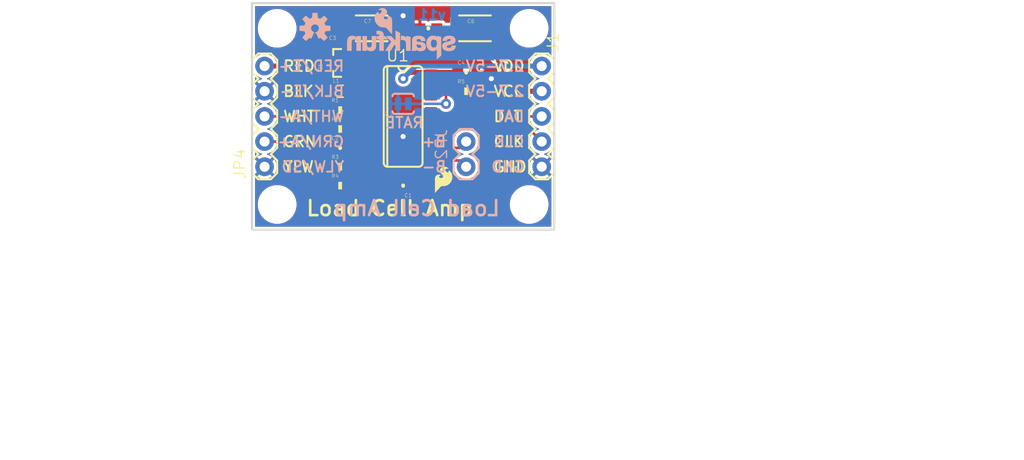
<source format=kicad_pcb>
(kicad_pcb (version 20211014) (generator pcbnew)
  (layers (0 "F.Cu" signal) (31 "B.Cu" signal) (34 "B.Paste" user) (35 "F.Paste" user) (36 "B.SilkS" user "B.Silkscreen") (37 "F.SilkS" user "F.Silkscreen") (38 "B.Mask" user) (39 "F.Mask" user) (44 "Edge.Cuts" user))
  (net 0 "")
  (net 1 "GND")
  (net 2 "VCC")
  (net 3 "DAT")
  (net 4 "SCK")
  (net 5 "N$4")
  (net 6 "N$6")
  (net 7 "N$7")
  (net 8 "N$5")
  (net 9 "N$1")
  (net 10 "N$2")
  (net 11 "N$3")
  (net 12 "A-")
  (net 13 "A+")
  (net 14 "B+")
  (net 15 "B-")
  (net 16 "VDD")
  (net 17 "AVDD")
  (footprint "SparkFun_HX711_Load_Cell:STAND-OFF" (layer "F.Cu") (at 161.2011 113.8936)
    (fp_text reference "STANDOFF2" hide)
    (fp_text value "STAND-OFF" hide)
    (pad "" np_thru_hole circle (at 0 0) (size 3.302 3.302) (drill 3.302) (layers *.Cu *.Mask))
  )
  (footprint "SparkFun_HX711_Load_Cell:STAND-OFF" (layer "F.Cu") (at 135.8011 113.8936)
    (fp_text reference "STANDOFF1" hide)
    (fp_text value "STAND-OFF" hide)
    (pad "" np_thru_hole circle (at 0 0) (size 3.302 3.302) (drill 3.302) (layers *.Cu *.Mask))
  )
  (footprint "SparkFun_HX711_Load_Cell:REVISION" (layer "F.Cu") (at 140.2461 139.2936)
    (fp_text reference "U$1" hide)
    (fp_text value "REVISION" hide)
  )
  (footprint "SparkFun_HX711_Load_Cell:0603-RES" (layer "F.Cu") (at 154.8511 102.4636)
    (fp_text reference "R5" (at -0.889 -0.762) (layer "F.SilkS") (effects (font (size 0.373888 0.373888) (thickness 0.032512)) (justify left bottom)))
    (fp_text value "10K")
    (pad "1" smd rect (at -0.85 0) (size 1.1 1) (layers "F.Cu" "F.Paste" "F.Mask") (net 9 "N$1"))
    (pad "2" smd rect (at 0.85 0) (size 1.1 1) (layers "F.Cu" "F.Paste" "F.Mask") (net 2 "VCC"))
  )
  (footprint "SparkFun_HX711_Load_Cell:0603-RES" (layer "F.Cu") (at 142.1511 110.0836)
    (fp_text reference "R3" (at -0.889 -0.762) (layer "F.SilkS") (effects (font (size 0.373888 0.373888) (thickness 0.032512)) (justify left bottom)))
    (fp_text value "100")
    (pad "1" smd rect (at -0.85 0) (size 1.1 1) (layers "F.Cu" "F.Paste" "F.Mask") (net 12 "A-"))
    (pad "2" smd rect (at 0.85 0) (size 1.1 1) (layers "F.Cu" "F.Paste" "F.Mask") (net 10 "N$2"))
  )
  (footprint "SparkFun_HX711_Load_Cell:FIDUCIAL-1X2" (layer "F.Cu") (at 138.3411 97.3836)
    (fp_text reference "FID1" hide)
    (fp_text value "FIDUCIAL1X2" hide)
    (pad "1" smd roundrect (at 0 0) (size 1 1) (layers "F.Cu" "F.Mask") (roundrect_rratio 0.5))
  )
  (footprint "SparkFun_HX711_Load_Cell:1210" (layer "F.Cu") (at 155.7401 96.1136)
    (fp_text reference "C6" (at -0.8 -0.5) (layer "F.SilkS") (effects (font (size 0.373888 0.373888) (thickness 0.032512)) (justify left bottom)))
    (fp_text value "10uF")
    (pad "1" smd rect (at -1.6 0) (size 1.2 2) (layers "F.Cu" "F.Paste" "F.Mask") (net 2 "VCC"))
    (pad "2" smd rect (at 1.6 0) (size 1.2 2) (layers "F.Cu" "F.Paste" "F.Mask") (net 1 "GND"))
  )
  (footprint "SparkFun_HX711_Load_Cell:0603-RES" (layer "F.Cu") (at 142.1511 104.3686)
    (fp_text reference "R1" (at -0.889 -0.762) (layer "F.SilkS") (effects (font (size 0.373888 0.373888) (thickness 0.032512)) (justify left bottom)))
    (fp_text value "20k")
    (pad "1" smd rect (at -0.85 0) (size 1.1 1) (layers "F.Cu" "F.Paste" "F.Mask") (net 6 "N$6"))
    (pad "2" smd rect (at 0.85 0) (size 1.1 1) (layers "F.Cu" "F.Paste" "F.Mask") (net 8 "N$5"))
  )
  (footprint "SparkFun_HX711_Load_Cell:0805" (layer "F.Cu") (at 142.1511 102.4636)
    (fp_text reference "L1" (at -0.762 -0.8255) (layer "F.SilkS") (effects (font (size 0.373888 0.373888) (thickness 0.032512)) (justify left bottom)))
    (fp_text value "3.3uH")
    (pad "1" smd rect (at -0.9 0) (size 0.8 1.2) (layers "F.Cu" "F.Paste" "F.Mask") (net 17 "AVDD"))
    (pad "2" smd rect (at 0.9 0) (size 0.8 1.2) (layers "F.Cu" "F.Paste" "F.Mask") (net 8 "N$5"))
  )
  (footprint "SparkFun_HX711_Load_Cell:1X05" (layer "F.Cu") (at 162.4711 99.9236 -90)
    (fp_text reference "J1" (at -1.3462 -1.8288 -90) (layer "F.SilkS") (effects (font (size 1.143 1.143) (thickness 0.127)) (justify left bottom)))
    (fp_text value "")
    (pad "1" thru_hole circle (at 0 0) (size 1.8796 1.8796) (drill 1.016) (layers *.Cu *.Mask) (net 16 "VDD"))
    (pad "2" thru_hole circle (at 2.54 0) (size 1.8796 1.8796) (drill 1.016) (layers *.Cu *.Mask) (net 2 "VCC"))
    (pad "3" thru_hole circle (at 5.08 0) (size 1.8796 1.8796) (drill 1.016) (layers *.Cu *.Mask) (net 3 "DAT"))
    (pad "4" thru_hole circle (at 7.62 0) (size 1.8796 1.8796) (drill 1.016) (layers *.Cu *.Mask) (net 4 "SCK"))
    (pad "5" thru_hole circle (at 10.16 0) (size 1.8796 1.8796) (drill 1.016) (layers *.Cu *.Mask) (net 1 "GND"))
  )
  (footprint "SparkFun_HX711_Load_Cell:STAND-OFF" (layer "F.Cu") (at 135.8011 96.1136)
    (fp_text reference "STANDOFF3" hide)
    (fp_text value "STAND-OFF" hide)
    (pad "" np_thru_hole circle (at 0 0) (size 3.302 3.302) (drill 3.302) (layers *.Cu *.Mask))
  )
  (footprint "SparkFun_HX711_Load_Cell:0603-RES" (layer "F.Cu") (at 142.1511 111.9886)
    (fp_text reference "R4" (at -0.889 -0.762) (layer "F.SilkS") (effects (font (size 0.373888 0.373888) (thickness 0.032512)) (justify left bottom)))
    (fp_text value "100")
    (pad "1" smd rect (at -0.85 0) (size 1.1 1) (layers "F.Cu" "F.Paste" "F.Mask") (net 13 "A+"))
    (pad "2" smd rect (at 0.85 0) (size 1.1 1) (layers "F.Cu" "F.Paste" "F.Mask") (net 11 "N$3"))
  )
  (footprint "SparkFun_HX711_Load_Cell:0603-CAP" (layer "F.Cu") (at 148.5011 111.9886 180)
    (fp_text reference "C1" (at -0.889 -0.762 180) (layer "F.SilkS") (effects (font (size 0.373888 0.373888) (thickness 0.032512)) (justify right top)))
    (fp_text value "0.1uF")
    (pad "1" smd rect (at -0.85 0 180) (size 1.1 1) (layers "F.Cu" "F.Paste" "F.Mask") (net 10 "N$2"))
    (pad "2" smd rect (at 0.85 0 180) (size 1.1 1) (layers "F.Cu" "F.Paste" "F.Mask") (net 11 "N$3"))
  )
  (footprint "SparkFun_HX711_Load_Cell:1X05" (layer "F.Cu") (at 134.5311 110.0836 90)
    (fp_text reference "JP4" (at -1.3462 -1.8288 90) (layer "F.SilkS") (effects (font (size 1.143 1.143) (thickness 0.127)) (justify left bottom)))
    (fp_text value "")
    (pad "1" thru_hole circle (at 0 0 180) (size 1.8796 1.8796) (drill 1.016) (layers *.Cu *.Mask) (net 1 "GND"))
    (pad "2" thru_hole circle (at 2.54 0 180) (size 1.8796 1.8796) (drill 1.016) (layers *.Cu *.Mask) (net 13 "A+"))
    (pad "3" thru_hole circle (at 5.08 0 180) (size 1.8796 1.8796) (drill 1.016) (layers *.Cu *.Mask) (net 12 "A-"))
    (pad "4" thru_hole circle (at 7.62 0 180) (size 1.8796 1.8796) (drill 1.016) (layers *.Cu *.Mask) (net 1 "GND"))
    (pad "5" thru_hole circle (at 10.16 0 180) (size 1.8796 1.8796) (drill 1.016) (layers *.Cu *.Mask) (net 17 "AVDD"))
  )
  (footprint "SparkFun_HX711_Load_Cell:CREATIVE_COMMONS" (layer "F.Cu") (at 128.1811 135.4836)
    (fp_text reference "FRAME1" hide)
    (fp_text value "FRAME-LETTER" hide)
  )
  (footprint "SparkFun_HX711_Load_Cell:0603-CAP" (layer "F.Cu") (at 154.8511 100.5586)
    (fp_text reference "C4" (at -0.889 -0.762) (layer "F.SilkS") (effects (font (size 0.373888 0.373888) (thickness 0.032512)) (justify left bottom)))
    (fp_text value "0.1uF")
    (pad "1" smd rect (at -0.85 0) (size 1.1 1) (layers "F.Cu" "F.Paste" "F.Mask") (net 16 "VDD"))
    (pad "2" smd rect (at 0.85 0) (size 1.1 1) (layers "F.Cu" "F.Paste" "F.Mask") (net 1 "GND"))
  )
  (footprint "SparkFun_HX711_Load_Cell:0603-RES" (layer "F.Cu") (at 142.1511 106.2736)
    (fp_text reference "R2" (at -0.889 -0.762) (layer "F.SilkS") (effects (font (size 0.373888 0.373888) (thickness 0.032512)) (justify left bottom)))
    (fp_text value "8.2K")
    (pad "1" smd rect (at -0.85 0) (size 1.1 1) (layers "F.Cu" "F.Paste" "F.Mask") (net 1 "GND"))
    (pad "2" smd rect (at 0.85 0) (size 1.1 1) (layers "F.Cu" "F.Paste" "F.Mask") (net 6 "N$6"))
  )
  (footprint "SparkFun_HX711_Load_Cell:0603-CAP" (layer "F.Cu") (at 142.1511 108.1786)
    (fp_text reference "C2" (at -0.889 -0.762) (layer "F.SilkS") (effects (font (size 0.373888 0.373888) (thickness 0.032512)) (justify left bottom)))
    (fp_text value "0.1uF")
    (pad "1" smd rect (at -0.85 0) (size 1.1 1) (layers "F.Cu" "F.Paste" "F.Mask") (net 1 "GND"))
    (pad "2" smd rect (at 0.85 0) (size 1.1 1) (layers "F.Cu" "F.Paste" "F.Mask") (net 7 "N$7"))
  )
  (footprint "SparkFun_HX711_Load_Cell:SFE_LOGO_FLAME_.1" (layer "F.Cu") (at 151.4221 113.0046)
    (fp_text reference "LOGO3" hide)
    (fp_text value "SFE_LOGO_FLAME.1_INCH" hide)
  )
  (footprint "SparkFun_HX711_Load_Cell:SO16" (layer "F.Cu") (at 148.5011 105.0036 -90)
    (fp_text reference "U1" (at -5.461 1.778) (layer "F.SilkS") (effects (font (size 1.143 1.143) (thickness 0.127)) (justify left bottom)))
    (fp_text value "HX711")
    (pad "1" smd rect (at -4.445 2.8 270) (size 0.6 1.2) (layers "F.Cu" "F.Paste" "F.Mask") (net 2 "VCC"))
    (pad "2" smd rect (at -3.175 2.8 270) (size 0.6 1.2) (layers "F.Cu" "F.Paste" "F.Mask") (net 5 "N$4"))
    (pad "3" smd rect (at -1.905 2.8 270) (size 0.6 1.2) (layers "F.Cu" "F.Paste" "F.Mask") (net 8 "N$5"))
    (pad "4" smd rect (at -0.635 2.8 270) (size 0.6 1.2) (layers "F.Cu" "F.Paste" "F.Mask") (net 6 "N$6"))
    (pad "5" smd rect (at 0.635 2.8 270) (size 0.6 1.2) (layers "F.Cu" "F.Paste" "F.Mask") (net 1 "GND"))
    (pad "6" smd rect (at 1.905 2.8 270) (size 0.6 1.2) (layers "F.Cu" "F.Paste" "F.Mask") (net 7 "N$7"))
    (pad "7" smd rect (at 3.175 2.8 270) (size 0.6 1.2) (layers "F.Cu" "F.Paste" "F.Mask") (net 10 "N$2"))
    (pad "8" smd rect (at 4.445 2.8 270) (size 0.6 1.2) (layers "F.Cu" "F.Paste" "F.Mask") (net 11 "N$3"))
    (pad "9" smd rect (at 4.445 -2.8 270) (size 0.6 1.2) (layers "F.Cu" "F.Paste" "F.Mask") (net 15 "B-"))
    (pad "10" smd rect (at 3.175 -2.8 270) (size 0.6 1.2) (layers "F.Cu" "F.Paste" "F.Mask") (net 14 "B+"))
    (pad "11" smd rect (at 1.905 -2.8 270) (size 0.6 1.2) (layers "F.Cu" "F.Paste" "F.Mask") (net 4 "SCK"))
    (pad "12" smd rect (at 0.635 -2.8 270) (size 0.6 1.2) (layers "F.Cu" "F.Paste" "F.Mask") (net 3 "DAT"))
    (pad "13" smd rect (at -0.635 -2.8 270) (size 0.6 1.2) (layers "F.Cu" "F.Paste" "F.Mask"))
    (pad "14" smd rect (at -1.905 -2.8 270) (size 0.6 1.2) (layers "F.Cu" "F.Paste" "F.Mask") (net 1 "GND"))
    (pad "15" smd rect (at -3.175 -2.8 270) (size 0.6 1.2) (layers "F.Cu" "F.Paste" "F.Mask") (net 9 "N$1"))
    (pad "16" smd rect (at -4.445 -2.8 270) (size 0.6 1.2) (layers "F.Cu" "F.Paste" "F.Mask") (net 16 "VDD"))
  )
  (footprint "SparkFun_HX711_Load_Cell:FIDUCIAL-1X2" (layer "F.Cu") (at 158.6611 112.6236)
    (fp_text reference "FID2" hide)
    (fp_text value "FIDUCIAL1X2" hide)
    (pad "1" smd roundrect (at 0 0) (size 1 1) (layers "F.Cu" "F.Mask") (roundrect_rratio 0.5))
  )
  (footprint "SparkFun_HX711_Load_Cell:SOT23-3" (layer "F.Cu") (at 142.1511 99.6061 90)
    (fp_text reference "Q1" (at -0.8255 -1.778 90) (layer "F.SilkS") (effects (font (size 0.373888 0.373888) (thickness 0.032512)) (justify left bottom)))
    (fp_text value "MMBT4403")
    (pad "1" smd rect (at -0.95 1 90) (size 0.8 0.9) (layers "F.Cu" "F.Paste" "F.Mask") (net 5 "N$4"))
    (pad "2" smd rect (at 0.95 1 90) (size 0.8 0.9) (layers "F.Cu" "F.Paste" "F.Mask") (net 2 "VCC"))
    (pad "3" smd rect (at 0 -1.1 90) (size 0.8 0.9) (layers "F.Cu" "F.Paste" "F.Mask") (net 8 "N$5"))
  )
  (footprint "SparkFun_HX711_Load_Cell:1210" (layer "F.Cu") (at 145.3261 96.1136)
    (fp_text reference "C7" (at -0.8 -0.5) (layer "F.SilkS") (effects (font (size 0.373888 0.373888) (thickness 0.032512)) (justify left bottom)))
    (fp_text value "10uF")
    (pad "1" smd rect (at -1.6 0) (size 1.2 2) (layers "F.Cu" "F.Paste" "F.Mask") (net 17 "AVDD"))
    (pad "2" smd rect (at 1.6 0) (size 1.2 2) (layers "F.Cu" "F.Paste" "F.Mask") (net 1 "GND"))
  )
  (footprint "SparkFun_HX711_Load_Cell:0603-CAP" (layer "F.Cu") (at 140.8811 96.1136 180)
    (fp_text reference "C3" (at -0.889 -0.762 180) (layer "F.SilkS") (effects (font (size 0.373888 0.373888) (thickness 0.032512)) (justify right top)))
    (fp_text value "0.1uF")
    (pad "1" smd rect (at -0.85 0 180) (size 1.1 1) (layers "F.Cu" "F.Paste" "F.Mask") (net 17 "AVDD"))
    (pad "2" smd rect (at 0.85 0 180) (size 1.1 1) (layers "F.Cu" "F.Paste" "F.Mask") (net 1 "GND"))
  )
  (footprint "SparkFun_HX711_Load_Cell:STAND-OFF" (layer "F.Cu") (at 161.2011 96.1136)
    (fp_text reference "STANDOFF4" hide)
    (fp_text value "STAND-OFF" hide)
    (pad "" np_thru_hole circle (at 0 0) (size 3.302 3.302) (drill 3.302) (layers *.Cu *.Mask))
  )
  (footprint "SparkFun_HX711_Load_Cell:0603-CAP" (layer "F.Cu") (at 151.0411 96.1136 180)
    (fp_text reference "C5" (at -0.889 -0.762 180) (layer "F.SilkS") (effects (font (size 0.373888 0.373888) (thickness 0.032512)) (justify right top)))
    (fp_text value "0.1uF")
    (pad "1" smd rect (at -0.85 0 180) (size 1.1 1) (layers "F.Cu" "F.Paste" "F.Mask") (net 2 "VCC"))
    (pad "2" smd rect (at 0.85 0 180) (size 1.1 1) (layers "F.Cu" "F.Paste" "F.Mask") (net 1 "GND"))
  )
  (footprint "SparkFun_HX711_Load_Cell:1X02" (layer "B.Cu") (at 154.8511 107.5436 -90)
    (fp_text reference "JP2" (at -1.3462 1.8288 90) (layer "B.SilkS") (effects (font (size 1.143 1.143) (thickness 0.127)) (justify left bottom mirror)))
    (fp_text value "")
    (pad "1" thru_hole circle (at 0 0 180) (size 1.8796 1.8796) (drill 1.016) (layers *.Cu *.Mask) (net 14 "B+"))
    (pad "2" thru_hole circle (at 2.54 0 180) (size 1.8796 1.8796) (drill 1.016) (layers *.Cu *.Mask) (net 15 "B-"))
  )
  (footprint "SparkFun_HX711_Load_Cell:OSHW-LOGO-S" (layer "B.Cu") (at 139.6111 96.1136 180)
    (fp_text reference "U7" hide)
    (fp_text value "OSHW-LOGOS" hide)
  )
  (footprint "SparkFun_HX711_Load_Cell:SFE_LOGO_NAME_FLAME_.1" (layer "B.Cu") (at 154.2161 99.2886 180)
    (fp_text reference "LOGO1" hide)
    (fp_text value "SFE_LOGO_NAME_FLAME.1_INCH" hide)
  )
  (footprint "SparkFun_HX711_Load_Cell:PAD-JUMPER-2-NC_BY_TRACE_YES_SILK" (layer "B.Cu") (at 148.5011 103.7336)
    (fp_text reference "SJ2" (at -0.9525 1.27 180) (layer "B.SilkS") (effects (font (size 0.373888 0.373888) (thickness 0.032512)) (justify left bottom mirror)))
    (fp_text value "")
    (fp_line (start -0.381 0) (end 0.381 0) (layer "B.Cu") (width 0.254))
    (pad "1" smd rect (at -0.508 0) (size 0.635 1.27) (layers "B.Cu" "B.Mask") (net 1 "GND"))
    (pad "2" smd rect (at 0.508 0) (size 0.635 1.27) (layers "B.Cu" "B.Mask") (net 9 "N$1"))
  )
  (gr_line (start 163.7411 116.4336) (end 133.2611 116.4336) (layer "Edge.Cuts") (width 0.2032))
  (gr_line (start 163.7411 93.5736) (end 163.7411 116.4336) (layer "Edge.Cuts") (width 0.2032))
  (gr_line (start 133.2611 93.5736) (end 163.7411 93.5736) (layer "Edge.Cuts") (width 0.2032))
  (gr_line (start 133.2611 116.4336) (end 133.2611 93.5736) (layer "Edge.Cuts") (width 0.2032))
  (gr_text "v11" (at 152.9461 95.3516) (layer "B.Cu") (effects (font (size 1.016 1.016) (thickness 0.254)) (justify left bottom mirror)))
  (gr_text "RED/E+" (at 142.6591 100.5586) (layer "B.SilkS") (effects (font (size 1.0795 1.0795) (thickness 0.1905)) (justify left bottom mirror)))
  (gr_text "GRN/A+" (at 142.6591 108.1786) (layer "B.SilkS") (effects (font (size 1.0795 1.0795) (thickness 0.1905)) (justify left bottom mirror)))
  (gr_text "2.7-5V" (at 160.8201 103.0986) (layer "B.SilkS") (effects (font (size 1.0795 1.0795) (thickness 0.1905)) (justify left bottom mirror)))
  (gr_text "WHT/A-" (at 142.6591 105.6386) (layer "B.SilkS") (effects (font (size 1.0795 1.0795) (thickness 0.1905)) (justify left bottom mirror)))
  (gr_text "YLW/SD" (at 142.6591 110.7186) (layer "B.SilkS") (effects (font (size 1.0795 1.0795) (thickness 0.1905)) (justify left bottom mirror)))
  (gr_text "B-" (at 152.9461 110.7186) (layer "B.SilkS") (effects (font (size 1.0795 1.0795) (thickness 0.1905)) (justify left bottom mirror)))
  (gr_text "GND" (at 160.8201 110.7186) (layer "B.SilkS") (effects (font (size 1.0795 1.0795) (thickness 0.1905)) (justify left bottom mirror)))
  (gr_text "CLK" (at 160.8201 108.1786) (layer "B.SilkS") (effects (font (size 1.0795 1.0795) (thickness 0.1905)) (justify left bottom mirror)))
  (gr_text "2.7-5V" (at 160.8201 100.5586) (layer "B.SilkS") (effects (font (size 1.0795 1.0795) (thickness 0.1905)) (justify left bottom mirror)))
  (gr_text "BLK/E-" (at 142.6591 103.0986) (layer "B.SilkS") (effects (font (size 1.0795 1.0795) (thickness 0.1905)) (justify left bottom mirror)))
  (gr_text "Load Cell Amp" (at 158.4071 115.1636) (layer "B.SilkS") (effects (font (size 1.5113 1.5113) (thickness 0.2667)) (justify left bottom mirror)))
  (gr_text "RATE" (at 150.6601 106.2736) (layer "B.SilkS") (effects (font (size 1.0795 1.0795) (thickness 0.1905)) (justify left bottom mirror)))
  (gr_text "B+" (at 152.9461 108.1786) (layer "B.SilkS") (effects (font (size 1.0795 1.0795) (thickness 0.1905)) (justify left bottom mirror)))
  (gr_text "DAT" (at 160.8201 105.6386) (layer "B.SilkS") (effects (font (size 1.0795 1.0795) (thickness 0.1905)) (justify left bottom mirror)))
  (gr_text "VDD" (at 157.5181 100.5586) (layer "F.SilkS") (effects (font (size 1.0795 1.0795) (thickness 0.1905)) (justify left bottom)))
  (gr_text "BLK" (at 136.3091 103.0986) (layer "F.SilkS") (effects (font (size 1.0795 1.0795) (thickness 0.1905)) (justify left bottom)))
  (gr_text "Load Cell Amp" (at 138.5951 115.1636) (layer "F.SilkS") (effects (font (size 1.5113 1.5113) (thickness 0.2667)) (justify left bottom)))
  (gr_text "CLK" (at 157.5181 108.1786) (layer "F.SilkS") (effects (font (size 1.0795 1.0795) (thickness 0.1905)) (justify left bottom)))
  (gr_text "VCC" (at 157.5181 103.0986) (layer "F.SilkS") (effects (font (size 1.0795 1.0795) (thickness 0.1905)) (justify left bottom)))
  (gr_text "YLW" (at 136.3091 110.7186) (layer "F.SilkS") (effects (font (size 1.0795 1.0795) (thickness 0.1905)) (justify left bottom)))
  (gr_text "WHT" (at 136.3091 105.6386) (layer "F.SilkS") (effects (font (size 1.0795 1.0795) (thickness 0.1905)) (justify left bottom)))
  (gr_text "DAT" (at 157.5181 105.6386) (layer "F.SilkS") (effects (font (size 1.0795 1.0795) (thickness 0.1905)) (justify left bottom)))
  (gr_text "GND" (at 157.5181 110.7186) (layer "F.SilkS") (effects (font (size 1.0795 1.0795) (thickness 0.1905)) (justify left bottom)))
  (gr_text "GRN" (at 136.3091 108.1786) (layer "F.SilkS") (effects (font (size 1.0795 1.0795) (thickness 0.1905)) (justify left bottom)))
  (gr_text "RED" (at 136.3091 100.5586) (layer "F.SilkS") (effects (font (size 1.0795 1.0795) (thickness 0.1905)) (justify left bottom)))
  (via (at 157.3911 101.1936) (size 1.016) (drill 0.508) (layers "F.Cu" "B.Cu") (net 1))
  (via (at 148.5011 94.8436) (size 1.016) (drill 0.508) (layers "F.Cu" "B.Cu") (net 1))
  (via (at 148.5011 107.0356) (size 1.016) (drill 0.508) (layers "F.Cu" "B.Cu") (net 1))
  (segment (start 143.1511 98.6561) (end 143.1511 98.6536) (width 0.508) (layer "F.Cu") (net 2))
  (segment (start 151.8911 96.1136) (end 152.9461 96.1136) (width 0.508) (layer "F.Cu") (net 2))
  (segment (start 151.3011 98.6596) (end 151.2951 98.6536) (width 0.508) (layer "F.Cu") (net 2))
  (segment (start 155.7011 102.4636) (end 158.6611 102.4636) (width 0.508) (layer "F.Cu") (net 2))
  (segment (start 152.9461 96.1136) (end 154.1401 96.1136) (width 0.508) (layer "F.Cu") (net 2))
  (segment (start 158.6611 102.4636) (end 158.6611 99.9236) (width 0.508) (layer "F.Cu") (net 2))
  (segment (start 145.7011 98.6536) (end 143.1511 98.6536) (width 0.508) (layer "F.Cu") (net 2))
  (segment (start 151.2951 98.6536) (end 145.7011 98.6536) (width 0.508) (layer "F.Cu") (net 2))
  (segment (start 157.3911 98.6536) (end 152.9461 98.6536) (width 0.508) (layer "F.Cu") (net 2))
  (segment (start 158.6611 102.4636) (end 162.4711 102.4636) (width 0.508) (layer "F.Cu") (net 2))
  (segment (start 145.7011 100.5586) (end 145.7011 98.6536) (width 0.508) (layer "F.Cu") (net 2))
  (segment (start 152.9461 98.6536) (end 152.9461 96.1136) (width 0.508) (layer "F.Cu") (net 2))
  (segment (start 151.2951 98.6536) (end 152.9461 98.6536) (width 0.508) (layer "F.Cu") (net 2))
  (segment (start 158.6611 99.9236) (end 157.3911 98.6536) (width 0.508) (layer "F.Cu") (net 2))
  (segment (start 151.3011 105.6386) (end 152.9461 105.6386) (width 0.254) (layer "F.Cu") (net 3))
  (segment (start 152.9461 105.6386) (end 153.5811 105.0036) (width 0.254) (layer "F.Cu") (net 3))
  (segment (start 153.5811 105.0036) (end 162.4711 105.0036) (width 0.254) (layer "F.Cu") (net 3))
  (segment (start 161.2011 106.2736) (end 162.4711 107.5436) (width 0.254) (layer "F.Cu") (net 4))
  (segment (start 153.5811 106.2736) (end 161.2011 106.2736) (width 0.254) (layer "F.Cu") (net 4))
  (segment (start 152.9461 106.9086) (end 153.5811 106.2736) (width 0.254) (layer "F.Cu") (net 4))
  (segment (start 151.3011 106.9086) (end 152.9461 106.9086) (width 0.254) (layer "F.Cu") (net 4))
  (segment (start 144.4371 101.7016) (end 144.5641 101.8286) (width 0.254) (layer "F.Cu") (net 5))
  (segment (start 144.255718 100.5561) (end 144.4371 100.737482) (width 0.254) (layer "F.Cu") (net 5))
  (segment (start 143.1511 100.5561) (end 144.255718 100.5561) (width 0.254) (layer "F.Cu") (net 5))
  (segment (start 144.5641 101.8286) (end 145.7011 101.8286) (width 0.254) (layer "F.Cu") (net 5))
  (segment (start 144.4371 100.737482) (end 144.4371 101.7016) (width 0.254) (layer "F.Cu") (net 5))
  (segment (start 141.3011 104.3686) (end 141.3011 104.988791) (width 0.254) (layer "F.Cu") (net 6))
  (segment (start 141.569909 105.2576) (end 144.3101 105.2576) (width 0.254) (layer "F.Cu") (net 6))
  (segment (start 143.0011 106.2736) (end 144.026121 106.2736) (width 0.254) (layer "F.Cu") (net 6))
  (segment (start 144.594078 104.3686) (end 145.7011 104.3686) (width 0.254) (layer "F.Cu") (net 6))
  (segment (start 144.3101 105.2576) (end 144.3101 104.652579) (width 0.254) (layer "F.Cu") (net 6))
  (segment (start 144.3101 104.652579) (end 144.594078 104.3686) (width 0.254) (layer "F.Cu") (net 6))
  (segment (start 144.3101 105.989622) (end 144.3101 105.2576) (width 0.254) (layer "F.Cu") (net 6))
  (segment (start 141.3011 104.988791) (end 141.569909 105.2576) (width 0.254) (layer "F.Cu") (net 6))
  (segment (start 144.026121 106.2736) (end 144.3101 105.989622) (width 0.254) (layer "F.Cu") (net 6))
  (segment (start 143.0011 108.1786) (end 143.852196 108.1786) (width 0.254) (layer "F.Cu") (net 7))
  (segment (start 144.3101 107.366504) (end 144.768003 106.9086) (width 0.254) (layer "F.Cu") (net 7))
  (segment (start 144.768003 106.9086) (end 145.7011 106.9086) (width 0.254) (layer "F.Cu") (net 7))
  (segment (start 144.3101 107.720697) (end 144.3101 107.366504) (width 0.254) (layer "F.Cu") (net 7))
  (segment (start 143.852196 108.1786) (end 144.3101 107.720697) (width 0.254) (layer "F.Cu") (net 7))
  (segment (start 144.487196 103.0986) (end 144.106196 103.4796) (width 0.508) (layer "F.Cu") (net 8))
  (segment (start 142.7861 101.4476) (end 141.412171 101.4476) (width 0.254) (layer "F.Cu") (net 8))
  (segment (start 143.0511 102.4636) (end 143.0511 103.4796) (width 0.508) (layer "F.Cu") (net 8))
  (segment (start 143.0511 101.7126) (end 142.7861 101.4476) (width 0.254) (layer "F.Cu") (net 8))
  (segment (start 141.412171 101.4476) (end 141.0511 101.086529) (width 0.254) (layer "F.Cu") (net 8))
  (segment (start 143.0511 104.3686) (end 143.0011 104.3686) (width 0.508) (layer "F.Cu") (net 8))
  (segment (start 144.106196 103.4796) (end 143.0511 103.4796) (width 0.508) (layer "F.Cu") (net 8))
  (segment (start 145.7011 103.0986) (end 144.487196 103.0986) (width 0.508) (layer "F.Cu") (net 8))
  (segment (start 143.0511 103.4796) (end 143.0511 104.3686) (width 0.508) (layer "F.Cu") (net 8))
  (segment (start 143.0511 102.4636) (end 143.0511 101.7126) (width 0.254) (layer "F.Cu") (net 8))
  (segment (start 141.0511 101.086529) (end 141.0511 99.6061) (width 0.254) (layer "F.Cu") (net 8))
  (segment (start 152.535121 101.8286) (end 152.8191 102.112579) (width 0.254) (layer "F.Cu") (net 9))
  (segment (start 152.8191 103.7336) (end 152.8191 102.4636) (width 0.254) (layer "F.Cu") (net 9))
  (segment (start 154.0011 102.4636) (end 152.8191 102.4636) (width 0.254) (layer "F.Cu") (net 9))
  (segment (start 152.8191 102.112579) (end 152.8191 102.4636) (width 0.254) (layer "F.Cu") (net 9))
  (segment (start 151.3011 101.8286) (end 152.535121 101.8286) (width 0.254) (layer "F.Cu") (net 9))
  (via (at 152.8191 103.7336) (size 1.016) (drill 0.508) (layers "F.Cu" "B.Cu") (net 9))
  (segment (start 149.0091 103.7336) (end 152.8191 103.7336) (width 0.254) (layer "B.Cu") (net 9))
  (segment (start 145.7011 108.1786) (end 148.388837 108.1786) (width 0.254) (layer "F.Cu") (net 10))
  (segment (start 148.388837 108.1786) (end 149.3511 109.140863) (width 0.254) (layer "F.Cu") (net 10))
  (segment (start 144.3101 108.717413) (end 144.848912 108.1786) (width 0.254) (layer "F.Cu") (net 10))
  (segment (start 149.3511 109.140863) (end 149.3511 111.9886) (width 0.254) (layer "F.Cu") (net 10))
  (segment (start 143.0011 110.0836) (end 143.852196 110.0836) (width 0.254) (layer "F.Cu") (net 10))
  (segment (start 144.3101 109.625697) (end 144.3101 108.717413) (width 0.254) (layer "F.Cu") (net 10))
  (segment (start 143.852196 110.0836) (end 144.3101 109.625697) (width 0.254) (layer "F.Cu") (net 10))
  (segment (start 144.848912 108.1786) (end 145.7011 108.1786) (width 0.254) (layer "F.Cu") (net 10))
  (segment (start 145.7011 111.9886) (end 144.6911 111.9886) (width 0.254) (layer "F.Cu") (net 11))
  (segment (start 143.0011 111.9886) (end 144.6911 111.9886) (width 0.254) (layer "F.Cu") (net 11))
  (segment (start 145.7011 111.9886) (end 147.6511 111.9886) (width 0.254) (layer "F.Cu") (net 11))
  (segment (start 145.7011 109.4486) (end 145.7011 111.9886) (width 0.254) (layer "F.Cu") (net 11))
  (segment (start 139.6111 110.0836) (end 141.3011 110.0836) (width 0.254) (layer "F.Cu") (net 12))
  (segment (start 138.3411 106.2736) (end 138.3411 108.8136) (width 0.254) (layer "F.Cu") (net 12))
  (segment (start 137.0711 105.0036) (end 138.3411 106.2736) (width 0.254) (layer "F.Cu") (net 12))
  (segment (start 138.3411 108.8136) (end 139.6111 110.0836) (width 0.254) (layer "F.Cu") (net 12))
  (segment (start 134.5311 105.0036) (end 137.0711 105.0036) (width 0.254) (layer "F.Cu") (net 12))
  (segment (start 137.0711 108.800835) (end 135.813865 107.5436) (width 0.254) (layer "F.Cu") (net 13))
  (segment (start 135.813865 107.5436) (end 134.5311 107.5436) (width 0.254) (layer "F.Cu") (net 13))
  (segment (start 137.0711 110.568697) (end 137.0711 108.800835) (width 0.254) (layer "F.Cu") (net 13))
  (segment (start 141.3011 111.9886) (end 138.491003 111.9886) (width 0.254) (layer "F.Cu") (net 13))
  (segment (start 138.491003 111.9886) (end 137.0711 110.568697) (width 0.254) (layer "F.Cu") (net 13))
  (segment (start 151.3011 108.1786) (end 154.2161 108.1786) (width 0.254) (layer "F.Cu") (net 14))
  (segment (start 154.2161 108.1786) (end 154.8511 107.5436) (width 0.254) (layer "F.Cu") (net 14))
  (segment (start 151.3011 109.4486) (end 154.2161 109.4486) (width 0.254) (layer "F.Cu") (net 15))
  (segment (start 154.2161 109.4486) (end 154.8511 110.0836) (width 0.254) (layer "F.Cu") (net 15))
  (segment (start 149.1361 100.5586) (end 148.5011 101.1936) (width 0.508) (layer "F.Cu") (net 16))
  (segment (start 154.0011 100.5586) (end 149.1361 100.5586) (width 0.508) (layer "F.Cu") (net 16))
  (segment (start 154.0011 100.5586) (end 151.3011 100.5586) (width 0.508) (layer "F.Cu") (net 16))
  (via (at 148.5011 101.1936) (size 1.016) (drill 0.508) (layers "F.Cu" "B.Cu") (net 16))
  (segment (start 149.7711 99.9236) (end 162.4711 99.9236) (width 0.508) (layer "B.Cu") (net 16))
  (segment (start 148.5011 101.1936) (end 149.7711 99.9236) (width 0.508) (layer "B.Cu") (net 16))
  (segment (start 141.7311 97.235479) (end 141.7311 96.1136) (width 0.508) (layer "F.Cu") (net 17))
  (segment (start 141.2511 102.4636) (end 140.13715 102.4636) (width 0.508) (layer "F.Cu") (net 17))
  (segment (start 138.3411 100.66755) (end 138.3411 99.9236) (width 0.508) (layer "F.Cu") (net 17))
  (segment (start 139.691128 98.0186) (end 140.947978 98.0186) (width 0.508) (layer "F.Cu") (net 17))
  (segment (start 140.13715 102.4636) (end 138.3411 100.66755) (width 0.508) (layer "F.Cu") (net 17))
  (segment (start 138.3411 99.368629) (end 139.691128 98.0186) (width 0.508) (layer "F.Cu") (net 17))
  (segment (start 138.3411 99.9236) (end 134.5311 99.9236) (width 0.508) (layer "F.Cu") (net 17))
  (segment (start 138.3411 99.9236) (end 138.3411 99.368629) (width 0.508) (layer "F.Cu") (net 17))
  (segment (start 141.7311 96.1136) (end 143.7261 96.1136) (width 0.508) (layer "F.Cu") (net 17))
  (segment (start 140.947978 98.0186) (end 141.7311 97.235479) (width 0.508) (layer "F.Cu") (net 17))
  (zone (net 1) (net_name "GND") (layer "F.Cu") (priority 6) (connect_pads (clearance 0.3048)) (min_thickness 0.127) (fill yes (thermal_gap 0.304) (thermal_bridge_width 0.304))
    (polygon (pts (xy 163.8681 116.5606) (xy 133.1341 116.5606) (xy 133.1341 93.4466) (xy 163.8681 93.4466)))
  )
  (zone (net 1) (net_name "GND") (layer "B.Cu") (priority 6) (connect_pads (clearance 0.3048)) (min_thickness 0.127) (fill yes (thermal_gap 0.304) (thermal_bridge_width 0.304))
    (polygon (pts (xy 163.8681 116.5606) (xy 133.1341 116.5606) (xy 133.1341 93.4466) (xy 163.8681 93.4466)))
  )
)
</source>
